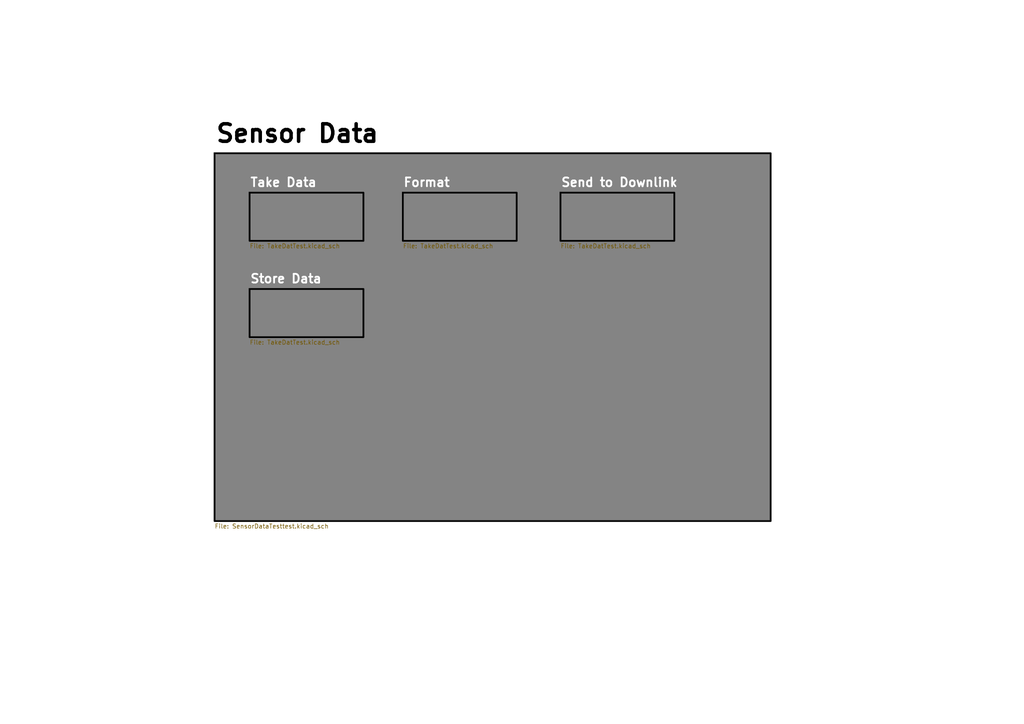
<source format=kicad_sch>
(kicad_sch
	(version 20231120)
	(generator "eeschema")
	(generator_version "8.0")
	(uuid "18457d0b-0328-4341-b1a8-5579eb27dd9a")
	(paper "A4")
	(lib_symbols)
	(sheet
		(at 72.39 83.82)
		(size 33.02 13.97)
		(fields_autoplaced yes)
		(stroke
			(width 0.508)
			(type solid)
			(color 0 0 0 1)
		)
		(fill
			(color 255 255 255 1.0000)
		)
		(uuid "0c8af229-8672-4927-aad5-8db022034375")
		(property "Sheetname" "Store Data"
			(at 72.39 82.2956 0)
			(effects
				(font
					(size 2.54 2.54)
					(thickness 0.508)
					(bold yes)
					(color 255 255 255 1)
				)
				(justify left bottom)
			)
		)
		(property "Sheetfile" "TakeDatTest.kicad_sch"
			(at 72.39 98.5524 0)
			(effects
				(font
					(size 1.27 1.27)
				)
				(justify left top)
			)
		)
		(instances
			(project "Testing"
				(path "/f035f0a1-379f-4f34-81a0-5945bf64a21f/95f96183-ad96-43d7-8aa8-7ec7f50a6c3c"
					(page "15")
				)
			)
		)
	)
	(sheet
		(at 162.56 55.88)
		(size 33.02 13.97)
		(fields_autoplaced yes)
		(stroke
			(width 0.508)
			(type solid)
			(color 0 0 0 1)
		)
		(fill
			(color 255 255 255 1.0000)
		)
		(uuid "3da1c4c7-fbc1-4d1b-98ff-e85ba71f2183")
		(property "Sheetname" "Send to Downlink"
			(at 162.56 54.3556 0)
			(effects
				(font
					(size 2.54 2.54)
					(thickness 0.508)
					(bold yes)
					(color 255 255 255 1)
				)
				(justify left bottom)
			)
		)
		(property "Sheetfile" "TakeDatTest.kicad_sch"
			(at 162.56 70.6124 0)
			(effects
				(font
					(size 1.27 1.27)
				)
				(justify left top)
			)
		)
		(instances
			(project "Testing"
				(path "/f035f0a1-379f-4f34-81a0-5945bf64a21f/95f96183-ad96-43d7-8aa8-7ec7f50a6c3c"
					(page "13")
				)
			)
		)
	)
	(sheet
		(at 72.39 55.88)
		(size 33.02 13.97)
		(fields_autoplaced yes)
		(stroke
			(width 0.508)
			(type solid)
			(color 0 0 0 1)
		)
		(fill
			(color 255 255 255 1.0000)
		)
		(uuid "66618cdb-f255-4d32-88e6-2b8730c4f29b")
		(property "Sheetname" "Take Data"
			(at 72.39 54.3556 0)
			(effects
				(font
					(size 2.54 2.54)
					(thickness 0.508)
					(bold yes)
					(color 255 255 255 1)
				)
				(justify left bottom)
			)
		)
		(property "Sheetfile" "TakeDatTest.kicad_sch"
			(at 72.39 70.6124 0)
			(effects
				(font
					(size 1.27 1.27)
				)
				(justify left top)
			)
		)
		(instances
			(project "Testing"
				(path "/f035f0a1-379f-4f34-81a0-5945bf64a21f/95f96183-ad96-43d7-8aa8-7ec7f50a6c3c"
					(page "23")
				)
			)
		)
	)
	(sheet
		(at 116.84 55.88)
		(size 33.02 13.97)
		(fields_autoplaced yes)
		(stroke
			(width 0.508)
			(type solid)
			(color 0 0 0 1)
		)
		(fill
			(color 255 255 255 1.0000)
		)
		(uuid "89cfe4fd-1f44-4ed9-b55a-b8da4fbabb26")
		(property "Sheetname" "Format"
			(at 116.84 54.3556 0)
			(effects
				(font
					(size 2.54 2.54)
					(thickness 0.508)
					(bold yes)
					(color 255 255 255 1)
				)
				(justify left bottom)
			)
		)
		(property "Sheetfile" "TakeDatTest.kicad_sch"
			(at 116.84 70.6124 0)
			(effects
				(font
					(size 1.27 1.27)
				)
				(justify left top)
			)
		)
		(instances
			(project "Testing"
				(path "/f035f0a1-379f-4f34-81a0-5945bf64a21f/95f96183-ad96-43d7-8aa8-7ec7f50a6c3c"
					(page "11")
				)
			)
		)
	)
	(sheet
		(at 62.23 44.45)
		(size 161.29 106.68)
		(fields_autoplaced yes)
		(stroke
			(width 0.508)
			(type solid)
			(color 0 0 0 1)
		)
		(fill
			(color 132 132 132 1.0000)
		)
		(uuid "c1009f6c-001f-462f-872a-07698589f117")
		(property "Sheetname" "Sensor Data"
			(at 62.23 41.6556 0)
			(effects
				(font
					(size 5.08 5.08)
					(thickness 1.016)
					(bold yes)
					(color 0 0 0 1)
				)
				(justify left bottom)
			)
		)
		(property "Sheetfile" "SensorDataTesttest.kicad_sch"
			(at 62.23 151.8924 0)
			(effects
				(font
					(size 1.27 1.27)
				)
				(justify left top)
			)
		)
		(instances
			(project "Testing"
				(path "/f035f0a1-379f-4f34-81a0-5945bf64a21f/95f96183-ad96-43d7-8aa8-7ec7f50a6c3c"
					(page "16")
				)
			)
		)
	)
)

</source>
